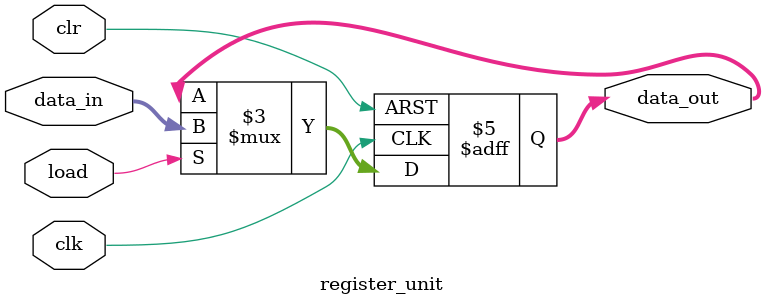
<source format=v>
module register_unit (
    data_out,
    data_in,
    load,
    clk,
    clr
);

parameter DATAWIDTH = 8;
output reg [DATAWIDTH - 1:0] data_out;
input [DATAWIDTH - 1:0] data_in;
input load, clk, clr;

// Clear is an active low signal

always @ (posedge clk or negedge clr)
begin
    if(!clr)
        data_out <= 0;
    else if (load) begin
        data_out <= data_in;
    end
end
    
endmodule
</source>
